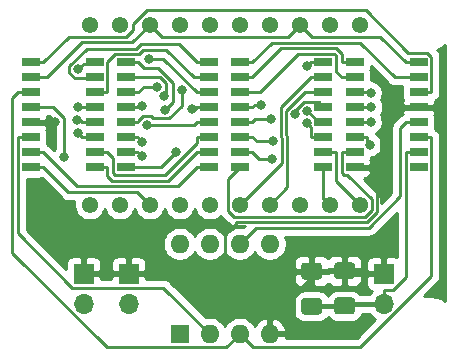
<source format=gbr>
%TF.GenerationSoftware,KiCad,Pcbnew,(5.1.6)-1*%
%TF.CreationDate,2021-03-31T10:32:31-04:00*%
%TF.ProjectId,Turbo-Display-V2,54757262-6f2d-4446-9973-706c61792d56,rev?*%
%TF.SameCoordinates,Original*%
%TF.FileFunction,Copper,L1,Top*%
%TF.FilePolarity,Positive*%
%FSLAX46Y46*%
G04 Gerber Fmt 4.6, Leading zero omitted, Abs format (unit mm)*
G04 Created by KiCad (PCBNEW (5.1.6)-1) date 2021-03-31 10:32:31*
%MOMM*%
%LPD*%
G01*
G04 APERTURE LIST*
%TA.AperFunction,ComponentPad*%
%ADD10C,1.381000*%
%TD*%
%TA.AperFunction,ComponentPad*%
%ADD11O,1.700000X1.700000*%
%TD*%
%TA.AperFunction,ComponentPad*%
%ADD12R,1.700000X1.700000*%
%TD*%
%TA.AperFunction,SMDPad,CuDef*%
%ADD13R,1.505000X0.700000*%
%TD*%
%TA.AperFunction,ComponentPad*%
%ADD14R,1.600000X1.600000*%
%TD*%
%TA.AperFunction,ComponentPad*%
%ADD15O,1.600000X1.600000*%
%TD*%
%TA.AperFunction,SMDPad,CuDef*%
%ADD16R,1.525000X0.650000*%
%TD*%
%TA.AperFunction,ViaPad*%
%ADD17C,0.800000*%
%TD*%
%TA.AperFunction,Conductor*%
%ADD18C,0.400000*%
%TD*%
%TA.AperFunction,Conductor*%
%ADD19C,0.250000*%
%TD*%
%TA.AperFunction,Conductor*%
%ADD20C,0.254000*%
%TD*%
G04 APERTURE END LIST*
%TO.P,C1,1*%
%TO.N,+5V*%
%TA.AperFunction,SMDPad,CuDef*%
G36*
G01*
X110607000Y-99953500D02*
X109357000Y-99953500D01*
G75*
G02*
X109107000Y-99703500I0J250000D01*
G01*
X109107000Y-98778500D01*
G75*
G02*
X109357000Y-98528500I250000J0D01*
G01*
X110607000Y-98528500D01*
G75*
G02*
X110857000Y-98778500I0J-250000D01*
G01*
X110857000Y-99703500D01*
G75*
G02*
X110607000Y-99953500I-250000J0D01*
G01*
G37*
%TD.AperFunction*%
%TO.P,C1,2*%
%TO.N,GND*%
%TA.AperFunction,SMDPad,CuDef*%
G36*
G01*
X110607000Y-96978500D02*
X109357000Y-96978500D01*
G75*
G02*
X109107000Y-96728500I0J250000D01*
G01*
X109107000Y-95803500D01*
G75*
G02*
X109357000Y-95553500I250000J0D01*
G01*
X110607000Y-95553500D01*
G75*
G02*
X110857000Y-95803500I0J-250000D01*
G01*
X110857000Y-96728500D01*
G75*
G02*
X110607000Y-96978500I-250000J0D01*
G01*
G37*
%TD.AperFunction*%
%TD*%
%TO.P,C2,2*%
%TO.N,GND*%
%TA.AperFunction,SMDPad,CuDef*%
G36*
G01*
X107813000Y-97015000D02*
X106563000Y-97015000D01*
G75*
G02*
X106313000Y-96765000I0J250000D01*
G01*
X106313000Y-95840000D01*
G75*
G02*
X106563000Y-95590000I250000J0D01*
G01*
X107813000Y-95590000D01*
G75*
G02*
X108063000Y-95840000I0J-250000D01*
G01*
X108063000Y-96765000D01*
G75*
G02*
X107813000Y-97015000I-250000J0D01*
G01*
G37*
%TD.AperFunction*%
%TO.P,C2,1*%
%TO.N,+5V*%
%TA.AperFunction,SMDPad,CuDef*%
G36*
G01*
X107813000Y-99990000D02*
X106563000Y-99990000D01*
G75*
G02*
X106313000Y-99740000I0J250000D01*
G01*
X106313000Y-98815000D01*
G75*
G02*
X106563000Y-98565000I250000J0D01*
G01*
X107813000Y-98565000D01*
G75*
G02*
X108063000Y-98815000I0J-250000D01*
G01*
X108063000Y-99740000D01*
G75*
G02*
X107813000Y-99990000I-250000J0D01*
G01*
G37*
%TD.AperFunction*%
%TD*%
D10*
%TO.P,DS1_LSB1,1*%
%TO.N,Net-(DS1_LSB1-Pad1)*%
X88392000Y-75438000D03*
%TO.P,DS1_LSB1,2*%
%TO.N,Net-(DS1_LSB1-Pad2)*%
X90932000Y-75438000D03*
%TO.P,DS1_LSB1,3*%
%TO.N,+5V*%
X93472000Y-75438000D03*
%TO.P,DS1_LSB1,4*%
%TO.N,Net-(DS1_LSB1-Pad4)*%
X96012000Y-75438000D03*
%TO.P,DS1_LSB1,5*%
%TO.N,Net-(DS1_LSB1-Pad5)*%
X98552000Y-75438000D03*
%TO.P,DS1_LSB1,6*%
%TO.N,Net-(DS1_LSB1-Pad6)*%
X98552000Y-90678000D03*
%TO.P,DS1_LSB1,7*%
%TO.N,Net-(DS1_LSB1-Pad7)*%
X96012000Y-90678000D03*
%TO.P,DS1_LSB1,8*%
%TO.N,+5V*%
X93472000Y-90678000D03*
%TO.P,DS1_LSB1,9*%
%TO.N,Net-(DS1_LSB1-Pad9)*%
X90932000Y-90678000D03*
%TO.P,DS1_LSB1,10*%
%TO.N,Net-(DS1_LSB1-Pad10)*%
X88392000Y-90678000D03*
%TD*%
%TO.P,DS2_MSB1,10*%
%TO.N,Net-(DS2_MSB1-Pad10)*%
X101092000Y-90678000D03*
%TO.P,DS2_MSB1,9*%
%TO.N,Net-(DS2_MSB1-Pad9)*%
X103632000Y-90678000D03*
%TO.P,DS2_MSB1,8*%
%TO.N,+5V*%
X106172000Y-90678000D03*
%TO.P,DS2_MSB1,7*%
%TO.N,Net-(DS2_MSB1-Pad7)*%
X108712000Y-90678000D03*
%TO.P,DS2_MSB1,6*%
%TO.N,Net-(DS2_MSB1-Pad6)*%
X111252000Y-90678000D03*
%TO.P,DS2_MSB1,5*%
%TO.N,Net-(DS2_MSB1-Pad5)*%
X111252000Y-75438000D03*
%TO.P,DS2_MSB1,4*%
%TO.N,Net-(DS2_MSB1-Pad4)*%
X108712000Y-75438000D03*
%TO.P,DS2_MSB1,3*%
%TO.N,+5V*%
X106172000Y-75438000D03*
%TO.P,DS2_MSB1,2*%
%TO.N,Net-(DS2_MSB1-Pad2)*%
X103632000Y-75438000D03*
%TO.P,DS2_MSB1,1*%
%TO.N,Net-(DS2_MSB1-Pad1)*%
X101092000Y-75438000D03*
%TD*%
D11*
%TO.P,J1,2*%
%TO.N,+5V*%
X113284000Y-99060000D03*
D12*
%TO.P,J1,1*%
%TO.N,GND*%
X113284000Y-96520000D03*
%TD*%
%TO.P,J2,1*%
%TO.N,GND*%
X87884000Y-96520000D03*
D11*
%TO.P,J2,2*%
%TO.N,Net-(J2-Pad2)*%
X87884000Y-99060000D03*
%TD*%
D12*
%TO.P,J3,1*%
%TO.N,GND*%
X91694000Y-96520000D03*
D11*
%TO.P,J3,2*%
%TO.N,Net-(J3-Pad2)*%
X91694000Y-99060000D03*
%TD*%
D13*
%TO.P,RN1,1*%
%TO.N,Net-(RN1-Pad1)*%
X98544000Y-87503000D03*
%TO.P,RN1,2*%
%TO.N,Net-(RN1-Pad2)*%
X98544000Y-86233000D03*
%TO.P,RN1,3*%
%TO.N,Net-(RN1-Pad3)*%
X98544000Y-84963000D03*
%TO.P,RN1,4*%
%TO.N,Net-(RN1-Pad4)*%
X98544000Y-83693000D03*
%TO.P,RN1,5*%
%TO.N,Net-(RN1-Pad5)*%
X98544000Y-82423000D03*
%TO.P,RN1,6*%
%TO.N,Net-(RN1-Pad6)*%
X98544000Y-81153000D03*
%TO.P,RN1,7*%
%TO.N,Net-(RN1-Pad7)*%
X98544000Y-79883000D03*
%TO.P,RN1,8*%
%TO.N,Net-(RN1-Pad8)*%
X98544000Y-78613000D03*
%TO.P,RN1,9*%
%TO.N,Net-(DS1_LSB1-Pad7)*%
X91448000Y-78613000D03*
%TO.P,RN1,10*%
%TO.N,Net-(DS1_LSB1-Pad6)*%
X91448000Y-79883000D03*
%TO.P,RN1,11*%
%TO.N,Net-(DS1_LSB1-Pad4)*%
X91448000Y-81153000D03*
%TO.P,RN1,12*%
%TO.N,Net-(DS1_LSB1-Pad2)*%
X91448000Y-82423000D03*
%TO.P,RN1,13*%
%TO.N,Net-(DS1_LSB1-Pad1)*%
X91448000Y-83693000D03*
%TO.P,RN1,14*%
%TO.N,Net-(DS1_LSB1-Pad9)*%
X91448000Y-84963000D03*
%TO.P,RN1,15*%
%TO.N,Net-(DS1_LSB1-Pad10)*%
X91448000Y-86233000D03*
%TO.P,RN1,16*%
%TO.N,Net-(DS1_LSB1-Pad5)*%
X91448000Y-87503000D03*
%TD*%
%TO.P,RN2,16*%
%TO.N,Net-(DS2_MSB1-Pad5)*%
X108196000Y-78613000D03*
%TO.P,RN2,15*%
%TO.N,Net-(DS2_MSB1-Pad10)*%
X108196000Y-79883000D03*
%TO.P,RN2,14*%
%TO.N,Net-(DS2_MSB1-Pad9)*%
X108196000Y-81153000D03*
%TO.P,RN2,13*%
%TO.N,Net-(DS2_MSB1-Pad1)*%
X108196000Y-82423000D03*
%TO.P,RN2,12*%
%TO.N,Net-(DS2_MSB1-Pad2)*%
X108196000Y-83693000D03*
%TO.P,RN2,11*%
%TO.N,Net-(DS2_MSB1-Pad4)*%
X108196000Y-84963000D03*
%TO.P,RN2,10*%
%TO.N,Net-(DS2_MSB1-Pad6)*%
X108196000Y-86233000D03*
%TO.P,RN2,9*%
%TO.N,Net-(DS2_MSB1-Pad7)*%
X108196000Y-87503000D03*
%TO.P,RN2,8*%
%TO.N,Net-(RN2-Pad8)*%
X101100000Y-87503000D03*
%TO.P,RN2,7*%
%TO.N,Net-(RN2-Pad7)*%
X101100000Y-86233000D03*
%TO.P,RN2,6*%
%TO.N,Net-(RN2-Pad6)*%
X101100000Y-84963000D03*
%TO.P,RN2,5*%
%TO.N,Net-(RN2-Pad5)*%
X101100000Y-83693000D03*
%TO.P,RN2,4*%
%TO.N,Net-(RN2-Pad4)*%
X101100000Y-82423000D03*
%TO.P,RN2,3*%
%TO.N,Net-(RN2-Pad3)*%
X101100000Y-81153000D03*
%TO.P,RN2,2*%
%TO.N,Net-(RN2-Pad2)*%
X101100000Y-79883000D03*
%TO.P,RN2,1*%
%TO.N,Net-(RN2-Pad1)*%
X101100000Y-78613000D03*
%TD*%
D14*
%TO.P,U1,1*%
%TO.N,Net-(U1-Pad1)*%
X96012000Y-101600000D03*
D15*
%TO.P,U1,5*%
%TO.N,Net-(J2-Pad2)*%
X103632000Y-93980000D03*
%TO.P,U1,2*%
%TO.N,Net-(U1-Pad2)*%
X98552000Y-101600000D03*
%TO.P,U1,6*%
%TO.N,Net-(C3-Pad2)*%
X101092000Y-93980000D03*
%TO.P,U1,3*%
%TO.N,Net-(U1-Pad3)*%
X101092000Y-101600000D03*
%TO.P,U1,7*%
%TO.N,Net-(R2-Pad2)*%
X98552000Y-93980000D03*
%TO.P,U1,4*%
%TO.N,GND*%
X103632000Y-101600000D03*
%TO.P,U1,8*%
%TO.N,+5V*%
X96012000Y-93980000D03*
%TD*%
D16*
%TO.P,U2,1*%
%TO.N,Net-(RN1-Pad2)*%
X88818000Y-87503000D03*
%TO.P,U2,2*%
%TO.N,Net-(RN1-Pad3)*%
X88818000Y-86233000D03*
%TO.P,U2,3*%
%TO.N,Net-(RN1-Pad4)*%
X88818000Y-84963000D03*
%TO.P,U2,4*%
%TO.N,Net-(RN1-Pad5)*%
X88818000Y-83693000D03*
%TO.P,U2,5*%
%TO.N,Net-(RN1-Pad6)*%
X88818000Y-82423000D03*
%TO.P,U2,6*%
%TO.N,Net-(RN1-Pad7)*%
X88818000Y-81153000D03*
%TO.P,U2,7*%
%TO.N,Net-(RN1-Pad8)*%
X88818000Y-79883000D03*
%TO.P,U2,8*%
%TO.N,GND*%
X88818000Y-78613000D03*
%TO.P,U2,9*%
%TO.N,Net-(U2-Pad9)*%
X83394000Y-78613000D03*
%TO.P,U2,10*%
%TO.N,+5V*%
X83394000Y-79883000D03*
%TO.P,U2,11*%
%TO.N,Net-(U1-Pad3)*%
X83394000Y-81153000D03*
%TO.P,U2,12*%
%TO.N,Net-(C3-Pad2)*%
X83394000Y-82423000D03*
%TO.P,U2,13*%
%TO.N,GND*%
X83394000Y-83693000D03*
%TO.P,U2,14*%
%TO.N,Net-(U1-Pad2)*%
X83394000Y-84963000D03*
%TO.P,U2,15*%
%TO.N,Net-(RN1-Pad1)*%
X83394000Y-86233000D03*
%TO.P,U2,16*%
%TO.N,+5V*%
X83394000Y-87503000D03*
%TD*%
%TO.P,U3,16*%
%TO.N,+5V*%
X116250000Y-78613000D03*
%TO.P,U3,15*%
%TO.N,Net-(RN2-Pad1)*%
X116250000Y-79883000D03*
%TO.P,U3,14*%
%TO.N,Net-(U2-Pad9)*%
X116250000Y-81153000D03*
%TO.P,U3,13*%
%TO.N,GND*%
X116250000Y-82423000D03*
%TO.P,U3,12*%
%TO.N,Net-(C3-Pad2)*%
X116250000Y-83693000D03*
%TO.P,U3,11*%
%TO.N,Net-(U1-Pad3)*%
X116250000Y-84963000D03*
%TO.P,U3,10*%
%TO.N,+5V*%
X116250000Y-86233000D03*
%TO.P,U3,9*%
%TO.N,Net-(U3-Pad9)*%
X116250000Y-87503000D03*
%TO.P,U3,8*%
%TO.N,GND*%
X110826000Y-87503000D03*
%TO.P,U3,7*%
%TO.N,Net-(RN2-Pad8)*%
X110826000Y-86233000D03*
%TO.P,U3,6*%
%TO.N,Net-(RN2-Pad7)*%
X110826000Y-84963000D03*
%TO.P,U3,5*%
%TO.N,Net-(RN2-Pad6)*%
X110826000Y-83693000D03*
%TO.P,U3,4*%
%TO.N,Net-(RN2-Pad5)*%
X110826000Y-82423000D03*
%TO.P,U3,3*%
%TO.N,Net-(RN2-Pad4)*%
X110826000Y-81153000D03*
%TO.P,U3,2*%
%TO.N,Net-(RN2-Pad3)*%
X110826000Y-79883000D03*
%TO.P,U3,1*%
%TO.N,Net-(RN2-Pad2)*%
X110826000Y-78613000D03*
%TD*%
D17*
%TO.N,GND*%
X87433800Y-79214800D03*
X85473300Y-83666100D03*
%TO.N,Net-(C3-Pad2)*%
X86200500Y-86676000D03*
%TO.N,Net-(DS1_LSB1-Pad1)*%
X96183900Y-80936500D03*
%TO.N,Net-(DS1_LSB1-Pad2)*%
X92807800Y-82341600D03*
%TO.N,Net-(DS1_LSB1-Pad4)*%
X94101400Y-80695400D03*
%TO.N,Net-(DS1_LSB1-Pad5)*%
X95727700Y-86173900D03*
%TO.N,Net-(DS1_LSB1-Pad6)*%
X94715000Y-81496700D03*
%TO.N,Net-(DS1_LSB1-Pad7)*%
X94803000Y-82639400D03*
%TO.N,Net-(DS1_LSB1-Pad9)*%
X92804200Y-85339800D03*
%TO.N,Net-(DS1_LSB1-Pad10)*%
X92832500Y-86587400D03*
%TO.N,Net-(DS2_MSB1-Pad5)*%
X106830300Y-78907300D03*
%TO.N,Net-(DS2_MSB1-Pad4)*%
X106792600Y-83730400D03*
%TO.N,Net-(DS2_MSB1-Pad2)*%
X106822300Y-82730000D03*
%TO.N,Net-(DS2_MSB1-Pad1)*%
X105802600Y-83028200D03*
%TO.N,Net-(RN1-Pad4)*%
X93260800Y-83928100D03*
X87444000Y-84639000D03*
%TO.N,Net-(RN1-Pad5)*%
X97050200Y-82535500D03*
X87348900Y-83531000D03*
%TO.N,Net-(RN1-Pad6)*%
X93458400Y-78324000D03*
X87437300Y-82423000D03*
%TO.N,Net-(RN2-Pad7)*%
X103879900Y-86765200D03*
X112151100Y-85620900D03*
%TO.N,Net-(RN2-Pad6)*%
X103922700Y-85311800D03*
X112193100Y-83693000D03*
%TO.N,Net-(RN2-Pad5)*%
X103726400Y-83457200D03*
X112223200Y-82423000D03*
%TO.N,Net-(RN2-Pad4)*%
X102930700Y-82198200D03*
X112194600Y-81192000D03*
%TD*%
D18*
%TO.N,+5V*%
X109982000Y-99241000D02*
X107224500Y-99241000D01*
D19*
X107224500Y-99241000D02*
X107188000Y-99277500D01*
D18*
X113284000Y-99060000D02*
X110163000Y-99060000D01*
D19*
X110163000Y-99060000D02*
X109982000Y-99241000D01*
X106172000Y-75438000D02*
X107187900Y-76453900D01*
X107187900Y-76453900D02*
X113003100Y-76453900D01*
X113003100Y-76453900D02*
X115162200Y-78613000D01*
X116250000Y-78613000D02*
X115162200Y-78613000D01*
X93472000Y-75438000D02*
X94487900Y-76453900D01*
X94487900Y-76453900D02*
X105156100Y-76453900D01*
X105156100Y-76453900D02*
X106172000Y-75438000D01*
X83394000Y-79883000D02*
X84781700Y-79883000D01*
X84781700Y-79883000D02*
X87760500Y-76904200D01*
X87760500Y-76904200D02*
X92005800Y-76904200D01*
X92005800Y-76904200D02*
X93472000Y-75438000D01*
X84481800Y-87503000D02*
X86598400Y-89619600D01*
X86598400Y-89619600D02*
X92413600Y-89619600D01*
X92413600Y-89619600D02*
X93472000Y-90678000D01*
X116250000Y-86233000D02*
X115162200Y-86233000D01*
X113284000Y-99060000D02*
X113284000Y-97884700D01*
X115162200Y-86233000D02*
X115162200Y-96814500D01*
X115162200Y-96814500D02*
X114092000Y-97884700D01*
X114092000Y-97884700D02*
X113284000Y-97884700D01*
X83394000Y-87503000D02*
X84481800Y-87503000D01*
D18*
%TO.N,GND*%
X91694000Y-96520000D02*
X87884000Y-96520000D01*
X99677300Y-96520000D02*
X91694000Y-96520000D01*
D19*
X83394000Y-83693000D02*
X84481800Y-83693000D01*
X85473300Y-83666100D02*
X84508700Y-83666100D01*
X84508700Y-83666100D02*
X84481800Y-83693000D01*
D18*
X107188000Y-96302500D02*
X109945500Y-96302500D01*
D19*
X109945500Y-96302500D02*
X109982000Y-96266000D01*
X107188000Y-96302500D02*
X107188000Y-96918700D01*
D18*
X107188000Y-96918700D02*
X103632000Y-100474700D01*
D19*
X112737400Y-87503000D02*
X111913800Y-87503000D01*
X115162200Y-82423000D02*
X113085200Y-84500000D01*
X113085200Y-84500000D02*
X113085200Y-87155200D01*
X113085200Y-87155200D02*
X112737400Y-87503000D01*
D18*
X103632000Y-100474700D02*
X99677300Y-96520000D01*
D19*
X116250000Y-82423000D02*
X115162200Y-82423000D01*
X110826000Y-87503000D02*
X111913800Y-87503000D01*
D18*
X103632000Y-101600000D02*
X103632000Y-100474700D01*
X110236000Y-96520000D02*
X109982000Y-96266000D01*
X113284000Y-96520000D02*
X110236000Y-96520000D01*
D19*
X87433800Y-79214800D02*
X87884000Y-78764600D01*
X88666400Y-78764600D02*
X88818000Y-78613000D01*
X87884000Y-78764600D02*
X88666400Y-78764600D01*
X99822000Y-96375300D02*
X99677300Y-96520000D01*
X112737400Y-91313800D02*
X111892600Y-92158600D01*
X112737400Y-87503000D02*
X112737400Y-91313800D01*
X111892600Y-92158600D02*
X100881400Y-92158600D01*
X99822000Y-93218000D02*
X99822000Y-96375300D01*
X100881400Y-92158600D02*
X99822000Y-93218000D01*
%TO.N,Net-(C3-Pad2)*%
X83394000Y-82423000D02*
X85256000Y-82423000D01*
X85256000Y-82423000D02*
X86200500Y-83367500D01*
X86200500Y-83367500D02*
X86200500Y-86676000D01*
X102456000Y-92616000D02*
X101092000Y-93980000D01*
X115162200Y-83693000D02*
X114711800Y-84143400D01*
X116250000Y-83693000D02*
X115162200Y-83693000D01*
X112072100Y-92616000D02*
X102456000Y-92616000D01*
X114711800Y-84143400D02*
X114711800Y-89976300D01*
X114711800Y-89976300D02*
X112072100Y-92616000D01*
%TO.N,Net-(DS1_LSB1-Pad1)*%
X91448000Y-83693000D02*
X92525800Y-83693000D01*
X96183900Y-80936500D02*
X96183900Y-82284300D01*
X96183900Y-82284300D02*
X95103500Y-83364700D01*
X95103500Y-83364700D02*
X93723200Y-83364700D01*
X93723200Y-83364700D02*
X93561300Y-83202800D01*
X93561300Y-83202800D02*
X92893300Y-83202800D01*
X92893300Y-83202800D02*
X92525800Y-83570300D01*
X92525800Y-83570300D02*
X92525800Y-83693000D01*
%TO.N,Net-(DS1_LSB1-Pad2)*%
X92525800Y-82423000D02*
X92726400Y-82423000D01*
X92726400Y-82423000D02*
X92807800Y-82341600D01*
X91448000Y-82423000D02*
X92525800Y-82423000D01*
%TO.N,Net-(DS1_LSB1-Pad4)*%
X92525800Y-81153000D02*
X92983400Y-80695400D01*
X92983400Y-80695400D02*
X94101400Y-80695400D01*
X91448000Y-81153000D02*
X92525800Y-81153000D01*
%TO.N,Net-(DS1_LSB1-Pad5)*%
X91448000Y-87503000D02*
X94398600Y-87503000D01*
X94398600Y-87503000D02*
X95727700Y-86173900D01*
%TO.N,Net-(DS1_LSB1-Pad6)*%
X94715000Y-81496700D02*
X94826700Y-81385000D01*
X94826700Y-81385000D02*
X94826700Y-80394900D01*
X94826700Y-80394900D02*
X94314800Y-79883000D01*
X94314800Y-79883000D02*
X92525800Y-79883000D01*
X91448000Y-79883000D02*
X92525800Y-79883000D01*
%TO.N,Net-(DS1_LSB1-Pad7)*%
X94803000Y-82639400D02*
X95440300Y-82002100D01*
X95440300Y-82002100D02*
X95440300Y-80371600D01*
X95440300Y-80371600D02*
X94166800Y-79098100D01*
X94166800Y-79098100D02*
X93010900Y-79098100D01*
X93010900Y-79098100D02*
X92525800Y-78613000D01*
X91448000Y-78613000D02*
X92525800Y-78613000D01*
%TO.N,Net-(DS1_LSB1-Pad9)*%
X91448000Y-84963000D02*
X92525800Y-84963000D01*
X92525800Y-84963000D02*
X92525800Y-85061400D01*
X92525800Y-85061400D02*
X92804200Y-85339800D01*
%TO.N,Net-(DS1_LSB1-Pad10)*%
X91448000Y-86233000D02*
X92525800Y-86233000D01*
X92525800Y-86233000D02*
X92525800Y-86280700D01*
X92525800Y-86280700D02*
X92832500Y-86587400D01*
%TO.N,Net-(DS2_MSB1-Pad10)*%
X101092000Y-90678000D02*
X104648000Y-87122000D01*
X104648000Y-87122000D02*
X104648000Y-85011300D01*
X104648000Y-85011300D02*
X104559400Y-84922700D01*
X104559400Y-84922700D02*
X104559400Y-82441800D01*
X104559400Y-82441800D02*
X107118200Y-79883000D01*
X108196000Y-79883000D02*
X107118200Y-79883000D01*
%TO.N,Net-(DS2_MSB1-Pad9)*%
X103632000Y-90678000D02*
X105098300Y-89211700D01*
X105098300Y-89211700D02*
X105098300Y-84824700D01*
X105098300Y-84824700D02*
X105009700Y-84736100D01*
X105009700Y-84736100D02*
X105009700Y-82766400D01*
X105009700Y-82766400D02*
X106623000Y-81153100D01*
X106623000Y-81153100D02*
X107118200Y-81153100D01*
X107118200Y-81153100D02*
X107118200Y-81153000D01*
X108196000Y-81153000D02*
X107118200Y-81153000D01*
%TO.N,Net-(DS2_MSB1-Pad7)*%
X108196000Y-87503000D02*
X108196000Y-90162000D01*
X108196000Y-90162000D02*
X108712000Y-90678000D01*
%TO.N,Net-(DS2_MSB1-Pad6)*%
X108196000Y-86233000D02*
X109273800Y-86233000D01*
X109273800Y-86233000D02*
X109273800Y-88699800D01*
X109273800Y-88699800D02*
X111252000Y-90678000D01*
%TO.N,Net-(DS2_MSB1-Pad5)*%
X108196000Y-78613000D02*
X107118200Y-78613000D01*
X107118200Y-78613000D02*
X107118200Y-78619400D01*
X107118200Y-78619400D02*
X106830300Y-78907300D01*
%TO.N,Net-(DS2_MSB1-Pad4)*%
X107118200Y-84963000D02*
X107118200Y-84056000D01*
X107118200Y-84056000D02*
X106792600Y-83730400D01*
X108196000Y-84963000D02*
X107118200Y-84963000D01*
%TO.N,Net-(DS2_MSB1-Pad2)*%
X108196000Y-83693000D02*
X107781000Y-83693000D01*
X107781000Y-83693000D02*
X106822400Y-82734400D01*
X106822400Y-82734400D02*
X106822300Y-82734400D01*
X106822300Y-82734400D02*
X106822300Y-82730000D01*
%TO.N,Net-(DS2_MSB1-Pad1)*%
X108196000Y-82423000D02*
X107777700Y-82004700D01*
X107777700Y-82004700D02*
X106521900Y-82004700D01*
X106521900Y-82004700D02*
X105802600Y-82724000D01*
X105802600Y-82724000D02*
X105802600Y-83028200D01*
%TO.N,Net-(RN1-Pad1)*%
X98544000Y-87503000D02*
X97466200Y-87503000D01*
X83394000Y-86233000D02*
X84481800Y-86233000D01*
X84481800Y-86233000D02*
X87327900Y-89079100D01*
X87327900Y-89079100D02*
X95890100Y-89079100D01*
X95890100Y-89079100D02*
X97466200Y-87503000D01*
%TO.N,Net-(RN1-Pad2)*%
X98544000Y-86233000D02*
X97466200Y-86233000D01*
X88818000Y-87503000D02*
X89905800Y-87503000D01*
X89905800Y-87503000D02*
X89905800Y-88216900D01*
X89905800Y-88216900D02*
X90317600Y-88628700D01*
X90317600Y-88628700D02*
X95070500Y-88628700D01*
X95070500Y-88628700D02*
X97466200Y-86233000D01*
%TO.N,Net-(RN1-Pad3)*%
X89905800Y-86233000D02*
X90356200Y-86683400D01*
X90356200Y-86683400D02*
X90356200Y-88000900D01*
X90356200Y-88000900D02*
X90533600Y-88178300D01*
X90533600Y-88178300D02*
X94749100Y-88178300D01*
X94749100Y-88178300D02*
X97466200Y-85461200D01*
X97466200Y-85461200D02*
X97466200Y-84963000D01*
X98544000Y-84963000D02*
X97466200Y-84963000D01*
X88818000Y-86233000D02*
X89905800Y-86233000D01*
%TO.N,Net-(RN1-Pad4)*%
X88818000Y-84963000D02*
X87730200Y-84963000D01*
X87730200Y-84963000D02*
X87730200Y-84925200D01*
X87730200Y-84925200D02*
X87444000Y-84639000D01*
X98544000Y-83693000D02*
X97466200Y-83693000D01*
X93260800Y-83928100D02*
X97231100Y-83928100D01*
X97231100Y-83928100D02*
X97466200Y-83693000D01*
%TO.N,Net-(RN1-Pad5)*%
X88818000Y-83693000D02*
X87730200Y-83693000D01*
X98544000Y-82423000D02*
X97466200Y-82423000D01*
X97050200Y-82535500D02*
X97353700Y-82535500D01*
X97353700Y-82535500D02*
X97466200Y-82423000D01*
X87730200Y-83693000D02*
X87568200Y-83531000D01*
X87568200Y-83531000D02*
X87348900Y-83531000D01*
%TO.N,Net-(RN1-Pad6)*%
X87730200Y-82423000D02*
X87437300Y-82423000D01*
X88818000Y-82423000D02*
X87730200Y-82423000D01*
X98544000Y-81153000D02*
X97466200Y-81153000D01*
X97466200Y-81153000D02*
X94637200Y-78324000D01*
X94637200Y-78324000D02*
X93458400Y-78324000D01*
%TO.N,Net-(RN1-Pad7)*%
X98544000Y-79883000D02*
X97212400Y-79883000D01*
X97212400Y-79883000D02*
X94879400Y-77550000D01*
X94879400Y-77550000D02*
X92924100Y-77550000D01*
X92924100Y-77550000D02*
X92536400Y-77937700D01*
X92536400Y-77937700D02*
X90559900Y-77937700D01*
X90559900Y-77937700D02*
X89905800Y-78591800D01*
X89905800Y-78591800D02*
X89905800Y-81153000D01*
X88818000Y-81153000D02*
X89905800Y-81153000D01*
%TO.N,Net-(RN1-Pad8)*%
X97466200Y-78613000D02*
X95952900Y-77099700D01*
X95952900Y-77099700D02*
X92737500Y-77099700D01*
X92737500Y-77099700D02*
X92349900Y-77487300D01*
X92349900Y-77487300D02*
X88135600Y-77487300D01*
X88135600Y-77487300D02*
X86662800Y-78960100D01*
X86662800Y-78960100D02*
X86662800Y-79490300D01*
X86662800Y-79490300D02*
X87133400Y-79960900D01*
X87133400Y-79960900D02*
X88740100Y-79960900D01*
X88740100Y-79960900D02*
X88818000Y-79883000D01*
X98544000Y-78613000D02*
X97466200Y-78613000D01*
%TO.N,Net-(RN2-Pad8)*%
X110826000Y-86233000D02*
X109738200Y-86233000D01*
X109738200Y-86233000D02*
X109738200Y-87967000D01*
X109738200Y-87967000D02*
X109924600Y-88153400D01*
X109924600Y-88153400D02*
X110212600Y-88153400D01*
X110212600Y-88153400D02*
X112287000Y-90227800D01*
X112287000Y-90227800D02*
X112287000Y-91127300D01*
X112287000Y-91127300D02*
X111713300Y-91701000D01*
X111713300Y-91701000D02*
X100597300Y-91701000D01*
X100597300Y-91701000D02*
X100072200Y-91175900D01*
X100072200Y-91175900D02*
X100072200Y-88530800D01*
X100072200Y-88530800D02*
X101100000Y-87503000D01*
%TO.N,Net-(RN2-Pad7)*%
X110826000Y-84963000D02*
X111913800Y-84963000D01*
X111913800Y-84963000D02*
X111913800Y-85383600D01*
X111913800Y-85383600D02*
X112151100Y-85620900D01*
X102177800Y-86233000D02*
X102710000Y-86765200D01*
X102710000Y-86765200D02*
X103879900Y-86765200D01*
X101100000Y-86233000D02*
X102177800Y-86233000D01*
%TO.N,Net-(RN2-Pad6)*%
X111913800Y-83693000D02*
X112193100Y-83693000D01*
X110826000Y-83693000D02*
X111913800Y-83693000D01*
X101100000Y-84963000D02*
X102177800Y-84963000D01*
X103922700Y-85311800D02*
X102526600Y-85311800D01*
X102526600Y-85311800D02*
X102177800Y-84963000D01*
%TO.N,Net-(RN2-Pad5)*%
X110826000Y-82423000D02*
X112223200Y-82423000D01*
X102177800Y-83693000D02*
X102413600Y-83457200D01*
X102413600Y-83457200D02*
X103726400Y-83457200D01*
X101100000Y-83693000D02*
X102177800Y-83693000D01*
%TO.N,Net-(RN2-Pad4)*%
X110826000Y-81153000D02*
X112155600Y-81153000D01*
X112155600Y-81153000D02*
X112194600Y-81192000D01*
X101100000Y-82423000D02*
X102177800Y-82423000D01*
X102930700Y-82198200D02*
X102402600Y-82198200D01*
X102402600Y-82198200D02*
X102177800Y-82423000D01*
%TO.N,Net-(RN2-Pad3)*%
X110826000Y-79883000D02*
X109738200Y-79883000D01*
X109738200Y-79883000D02*
X109287800Y-79432600D01*
X109287800Y-79432600D02*
X109287800Y-78085700D01*
X109287800Y-78085700D02*
X109133700Y-77931600D01*
X109133700Y-77931600D02*
X106049500Y-77931600D01*
X106049500Y-77931600D02*
X102828100Y-81153000D01*
X102828100Y-81153000D02*
X101100000Y-81153000D01*
%TO.N,Net-(RN2-Pad2)*%
X110826000Y-78613000D02*
X109738200Y-78613000D01*
X101100000Y-79883000D02*
X102177800Y-79883000D01*
X109738200Y-78613000D02*
X109738200Y-77899200D01*
X109738200Y-77899200D02*
X109268900Y-77429900D01*
X109268900Y-77429900D02*
X104630900Y-77429900D01*
X104630900Y-77429900D02*
X102177800Y-79883000D01*
%TO.N,Net-(RN2-Pad1)*%
X102177800Y-78613000D02*
X103811200Y-76979600D01*
X103811200Y-76979600D02*
X111321700Y-76979600D01*
X111321700Y-76979600D02*
X114225100Y-79883000D01*
X114225100Y-79883000D02*
X116250000Y-79883000D01*
X101100000Y-78613000D02*
X102177800Y-78613000D01*
%TO.N,Net-(U1-Pad2)*%
X82306200Y-84963000D02*
X83394000Y-84963000D01*
X82306200Y-93107300D02*
X82306200Y-84963000D01*
X86894300Y-97695400D02*
X82306200Y-93107300D01*
X98552000Y-101600000D02*
X94647400Y-97695400D01*
X94647400Y-97695400D02*
X86894300Y-97695400D01*
%TO.N,Net-(U2-Pad9)*%
X84481800Y-78613000D02*
X83394000Y-78613000D01*
X115388700Y-77796700D02*
X111760000Y-74168000D01*
X116981300Y-77796700D02*
X115388700Y-77796700D01*
X111760000Y-74168000D02*
X93218000Y-74168000D01*
X117337800Y-78153200D02*
X116981300Y-77796700D01*
X117337800Y-81153000D02*
X117337800Y-78153200D01*
X93218000Y-74169700D02*
X92042900Y-75344800D01*
X86640900Y-76453900D02*
X84481800Y-78613000D01*
X116250000Y-81153000D02*
X117337800Y-81153000D01*
X93218000Y-74168000D02*
X93218000Y-74169700D01*
X92042900Y-75344800D02*
X92042900Y-75899400D01*
X92042900Y-75899400D02*
X91488400Y-76453900D01*
X91488400Y-76453900D02*
X86640900Y-76453900D01*
%TO.N,Net-(U1-Pad3)*%
X102217300Y-102725300D02*
X101092000Y-101600000D01*
X117337800Y-96701800D02*
X111314300Y-102725300D01*
X111314300Y-102725300D02*
X102217300Y-102725300D01*
X116250000Y-84963000D02*
X117337800Y-84963000D01*
X117337800Y-84963000D02*
X117337800Y-96701800D01*
X99966700Y-102725300D02*
X101092000Y-101600000D01*
X81855800Y-81603400D02*
X81855800Y-94739300D01*
X82306200Y-81153000D02*
X81855800Y-81603400D01*
X83394000Y-81153000D02*
X82306200Y-81153000D01*
X81855800Y-94739300D02*
X89841800Y-102725300D01*
X89841800Y-102725300D02*
X99966700Y-102725300D01*
%TD*%
D20*
%TO.N,GND*%
G36*
X86034605Y-90130608D02*
G01*
X86058399Y-90159601D01*
X86087392Y-90183395D01*
X86087396Y-90183399D01*
X86141500Y-90227800D01*
X86174124Y-90254574D01*
X86306153Y-90325146D01*
X86449414Y-90368603D01*
X86561067Y-90379600D01*
X86561076Y-90379600D01*
X86598399Y-90383276D01*
X86635722Y-90379600D01*
X87099887Y-90379600D01*
X87066500Y-90547450D01*
X87066500Y-90808550D01*
X87117438Y-91064634D01*
X87217357Y-91305860D01*
X87362417Y-91522957D01*
X87547043Y-91707583D01*
X87764140Y-91852643D01*
X88005366Y-91952562D01*
X88261450Y-92003500D01*
X88522550Y-92003500D01*
X88778634Y-91952562D01*
X89019860Y-91852643D01*
X89236957Y-91707583D01*
X89421583Y-91522957D01*
X89566643Y-91305860D01*
X89662000Y-91075648D01*
X89757357Y-91305860D01*
X89902417Y-91522957D01*
X90087043Y-91707583D01*
X90304140Y-91852643D01*
X90545366Y-91952562D01*
X90801450Y-92003500D01*
X91062550Y-92003500D01*
X91318634Y-91952562D01*
X91559860Y-91852643D01*
X91776957Y-91707583D01*
X91961583Y-91522957D01*
X92106643Y-91305860D01*
X92202000Y-91075648D01*
X92297357Y-91305860D01*
X92442417Y-91522957D01*
X92627043Y-91707583D01*
X92844140Y-91852643D01*
X93085366Y-91952562D01*
X93341450Y-92003500D01*
X93602550Y-92003500D01*
X93858634Y-91952562D01*
X94099860Y-91852643D01*
X94316957Y-91707583D01*
X94501583Y-91522957D01*
X94646643Y-91305860D01*
X94742000Y-91075648D01*
X94837357Y-91305860D01*
X94982417Y-91522957D01*
X95167043Y-91707583D01*
X95384140Y-91852643D01*
X95625366Y-91952562D01*
X95881450Y-92003500D01*
X96142550Y-92003500D01*
X96398634Y-91952562D01*
X96639860Y-91852643D01*
X96856957Y-91707583D01*
X97041583Y-91522957D01*
X97186643Y-91305860D01*
X97282000Y-91075648D01*
X97377357Y-91305860D01*
X97522417Y-91522957D01*
X97707043Y-91707583D01*
X97924140Y-91852643D01*
X98165366Y-91952562D01*
X98421450Y-92003500D01*
X98682550Y-92003500D01*
X98938634Y-91952562D01*
X99179860Y-91852643D01*
X99396957Y-91707583D01*
X99467489Y-91637051D01*
X99477071Y-91648726D01*
X99532199Y-91715901D01*
X99561202Y-91739703D01*
X100033500Y-92212002D01*
X100057299Y-92241001D01*
X100086297Y-92264799D01*
X100173024Y-92335974D01*
X100305053Y-92406546D01*
X100448314Y-92450003D01*
X100597300Y-92464677D01*
X100634633Y-92461000D01*
X101536198Y-92461000D01*
X101415886Y-92581312D01*
X101233335Y-92545000D01*
X100950665Y-92545000D01*
X100673426Y-92600147D01*
X100412273Y-92708320D01*
X100177241Y-92865363D01*
X99977363Y-93065241D01*
X99822000Y-93297759D01*
X99666637Y-93065241D01*
X99466759Y-92865363D01*
X99231727Y-92708320D01*
X98970574Y-92600147D01*
X98693335Y-92545000D01*
X98410665Y-92545000D01*
X98133426Y-92600147D01*
X97872273Y-92708320D01*
X97637241Y-92865363D01*
X97437363Y-93065241D01*
X97282000Y-93297759D01*
X97126637Y-93065241D01*
X96926759Y-92865363D01*
X96691727Y-92708320D01*
X96430574Y-92600147D01*
X96153335Y-92545000D01*
X95870665Y-92545000D01*
X95593426Y-92600147D01*
X95332273Y-92708320D01*
X95097241Y-92865363D01*
X94897363Y-93065241D01*
X94740320Y-93300273D01*
X94632147Y-93561426D01*
X94577000Y-93838665D01*
X94577000Y-94121335D01*
X94632147Y-94398574D01*
X94740320Y-94659727D01*
X94897363Y-94894759D01*
X95097241Y-95094637D01*
X95332273Y-95251680D01*
X95593426Y-95359853D01*
X95870665Y-95415000D01*
X96153335Y-95415000D01*
X96430574Y-95359853D01*
X96691727Y-95251680D01*
X96926759Y-95094637D01*
X97126637Y-94894759D01*
X97282000Y-94662241D01*
X97437363Y-94894759D01*
X97637241Y-95094637D01*
X97872273Y-95251680D01*
X98133426Y-95359853D01*
X98410665Y-95415000D01*
X98693335Y-95415000D01*
X98970574Y-95359853D01*
X99231727Y-95251680D01*
X99466759Y-95094637D01*
X99666637Y-94894759D01*
X99822000Y-94662241D01*
X99977363Y-94894759D01*
X100177241Y-95094637D01*
X100412273Y-95251680D01*
X100673426Y-95359853D01*
X100950665Y-95415000D01*
X101233335Y-95415000D01*
X101510574Y-95359853D01*
X101771727Y-95251680D01*
X102006759Y-95094637D01*
X102206637Y-94894759D01*
X102362000Y-94662241D01*
X102517363Y-94894759D01*
X102717241Y-95094637D01*
X102952273Y-95251680D01*
X103213426Y-95359853D01*
X103490665Y-95415000D01*
X103773335Y-95415000D01*
X104050574Y-95359853D01*
X104311727Y-95251680D01*
X104546759Y-95094637D01*
X104746637Y-94894759D01*
X104903680Y-94659727D01*
X105011853Y-94398574D01*
X105067000Y-94121335D01*
X105067000Y-93838665D01*
X105011853Y-93561426D01*
X104935047Y-93376000D01*
X112034778Y-93376000D01*
X112072100Y-93379676D01*
X112109422Y-93376000D01*
X112109433Y-93376000D01*
X112221086Y-93365003D01*
X112364347Y-93321546D01*
X112496376Y-93250974D01*
X112612101Y-93156001D01*
X112635904Y-93126997D01*
X114402200Y-91360701D01*
X114402201Y-95093338D01*
X114378180Y-95080498D01*
X114258482Y-95044188D01*
X114134000Y-95031928D01*
X113569750Y-95035000D01*
X113411000Y-95193750D01*
X113411000Y-96393000D01*
X113431000Y-96393000D01*
X113431000Y-96647000D01*
X113411000Y-96647000D01*
X113411000Y-96667000D01*
X113157000Y-96667000D01*
X113157000Y-96647000D01*
X111957750Y-96647000D01*
X111799000Y-96805750D01*
X111795928Y-97370000D01*
X111808188Y-97494482D01*
X111844498Y-97614180D01*
X111903463Y-97724494D01*
X111982815Y-97821185D01*
X112079506Y-97900537D01*
X112189820Y-97959502D01*
X112262380Y-97981513D01*
X112130525Y-98113368D01*
X112055935Y-98225000D01*
X111296071Y-98225000D01*
X111234962Y-98150538D01*
X111100386Y-98040095D01*
X110946850Y-97958028D01*
X110780254Y-97907492D01*
X110607000Y-97890428D01*
X109357000Y-97890428D01*
X109183746Y-97907492D01*
X109017150Y-97958028D01*
X108863614Y-98040095D01*
X108729038Y-98150538D01*
X108618595Y-98285114D01*
X108575245Y-98366216D01*
X108551405Y-98321614D01*
X108440962Y-98187038D01*
X108306386Y-98076595D01*
X108152850Y-97994528D01*
X107986254Y-97943992D01*
X107813000Y-97926928D01*
X106563000Y-97926928D01*
X106389746Y-97943992D01*
X106223150Y-97994528D01*
X106069614Y-98076595D01*
X105935038Y-98187038D01*
X105824595Y-98321614D01*
X105742528Y-98475150D01*
X105691992Y-98641746D01*
X105674928Y-98815000D01*
X105674928Y-99740000D01*
X105691992Y-99913254D01*
X105742528Y-100079850D01*
X105824595Y-100233386D01*
X105935038Y-100367962D01*
X106069614Y-100478405D01*
X106223150Y-100560472D01*
X106389746Y-100611008D01*
X106563000Y-100628072D01*
X107813000Y-100628072D01*
X107986254Y-100611008D01*
X108152850Y-100560472D01*
X108306386Y-100478405D01*
X108440962Y-100367962D01*
X108551405Y-100233386D01*
X108594755Y-100152284D01*
X108618595Y-100196886D01*
X108729038Y-100331462D01*
X108863614Y-100441905D01*
X109017150Y-100523972D01*
X109183746Y-100574508D01*
X109357000Y-100591572D01*
X110607000Y-100591572D01*
X110780254Y-100574508D01*
X110946850Y-100523972D01*
X111100386Y-100441905D01*
X111234962Y-100331462D01*
X111345405Y-100196886D01*
X111427472Y-100043350D01*
X111472473Y-99895000D01*
X112055935Y-99895000D01*
X112130525Y-100006632D01*
X112337368Y-100213475D01*
X112580589Y-100375990D01*
X112586401Y-100378397D01*
X110999499Y-101965300D01*
X105018086Y-101965300D01*
X105023909Y-101949040D01*
X104902624Y-101727000D01*
X103759000Y-101727000D01*
X103759000Y-101747000D01*
X103505000Y-101747000D01*
X103505000Y-101727000D01*
X103485000Y-101727000D01*
X103485000Y-101473000D01*
X103505000Y-101473000D01*
X103505000Y-100330085D01*
X103759000Y-100330085D01*
X103759000Y-101473000D01*
X104902624Y-101473000D01*
X105023909Y-101250960D01*
X104929070Y-100986119D01*
X104784385Y-100744869D01*
X104595414Y-100536481D01*
X104369420Y-100368963D01*
X104115087Y-100248754D01*
X103981039Y-100208096D01*
X103759000Y-100330085D01*
X103505000Y-100330085D01*
X103282961Y-100208096D01*
X103148913Y-100248754D01*
X102894580Y-100368963D01*
X102668586Y-100536481D01*
X102479615Y-100744869D01*
X102368067Y-100930865D01*
X102363680Y-100920273D01*
X102206637Y-100685241D01*
X102006759Y-100485363D01*
X101771727Y-100328320D01*
X101510574Y-100220147D01*
X101233335Y-100165000D01*
X100950665Y-100165000D01*
X100673426Y-100220147D01*
X100412273Y-100328320D01*
X100177241Y-100485363D01*
X99977363Y-100685241D01*
X99822000Y-100917759D01*
X99666637Y-100685241D01*
X99466759Y-100485363D01*
X99231727Y-100328320D01*
X98970574Y-100220147D01*
X98693335Y-100165000D01*
X98410665Y-100165000D01*
X98228114Y-100201312D01*
X95211204Y-97184403D01*
X95187401Y-97155399D01*
X95071676Y-97060426D01*
X94986692Y-97015000D01*
X105674928Y-97015000D01*
X105687188Y-97139482D01*
X105723498Y-97259180D01*
X105782463Y-97369494D01*
X105861815Y-97466185D01*
X105958506Y-97545537D01*
X106068820Y-97604502D01*
X106188518Y-97640812D01*
X106313000Y-97653072D01*
X106902250Y-97650000D01*
X107061000Y-97491250D01*
X107061000Y-96429500D01*
X107315000Y-96429500D01*
X107315000Y-97491250D01*
X107473750Y-97650000D01*
X108063000Y-97653072D01*
X108187482Y-97640812D01*
X108307180Y-97604502D01*
X108417494Y-97545537D01*
X108514185Y-97466185D01*
X108593537Y-97369494D01*
X108598617Y-97359989D01*
X108655815Y-97429685D01*
X108752506Y-97509037D01*
X108862820Y-97568002D01*
X108982518Y-97604312D01*
X109107000Y-97616572D01*
X109696250Y-97613500D01*
X109855000Y-97454750D01*
X109855000Y-96393000D01*
X110109000Y-96393000D01*
X110109000Y-97454750D01*
X110267750Y-97613500D01*
X110857000Y-97616572D01*
X110981482Y-97604312D01*
X111101180Y-97568002D01*
X111211494Y-97509037D01*
X111308185Y-97429685D01*
X111387537Y-97332994D01*
X111446502Y-97222680D01*
X111482812Y-97102982D01*
X111495072Y-96978500D01*
X111492000Y-96551750D01*
X111333250Y-96393000D01*
X110109000Y-96393000D01*
X109855000Y-96393000D01*
X108630750Y-96393000D01*
X108566750Y-96457000D01*
X108539250Y-96429500D01*
X107315000Y-96429500D01*
X107061000Y-96429500D01*
X105836750Y-96429500D01*
X105678000Y-96588250D01*
X105674928Y-97015000D01*
X94986692Y-97015000D01*
X94939647Y-96989854D01*
X94796386Y-96946397D01*
X94684733Y-96935400D01*
X94684722Y-96935400D01*
X94647400Y-96931724D01*
X94610078Y-96935400D01*
X93179706Y-96935400D01*
X93179000Y-96805750D01*
X93020250Y-96647000D01*
X91821000Y-96647000D01*
X91821000Y-96667000D01*
X91567000Y-96667000D01*
X91567000Y-96647000D01*
X90367750Y-96647000D01*
X90209000Y-96805750D01*
X90208294Y-96935400D01*
X89369706Y-96935400D01*
X89369000Y-96805750D01*
X89210250Y-96647000D01*
X88011000Y-96647000D01*
X88011000Y-96667000D01*
X87757000Y-96667000D01*
X87757000Y-96647000D01*
X87737000Y-96647000D01*
X87737000Y-96393000D01*
X87757000Y-96393000D01*
X87757000Y-95193750D01*
X88011000Y-95193750D01*
X88011000Y-96393000D01*
X89210250Y-96393000D01*
X89369000Y-96234250D01*
X89372072Y-95670000D01*
X90205928Y-95670000D01*
X90209000Y-96234250D01*
X90367750Y-96393000D01*
X91567000Y-96393000D01*
X91567000Y-95193750D01*
X91821000Y-95193750D01*
X91821000Y-96393000D01*
X93020250Y-96393000D01*
X93179000Y-96234250D01*
X93182072Y-95670000D01*
X93174193Y-95590000D01*
X105674928Y-95590000D01*
X105678000Y-96016750D01*
X105836750Y-96175500D01*
X107061000Y-96175500D01*
X107061000Y-95113750D01*
X107315000Y-95113750D01*
X107315000Y-96175500D01*
X108539250Y-96175500D01*
X108603250Y-96111500D01*
X108630750Y-96139000D01*
X109855000Y-96139000D01*
X109855000Y-95077250D01*
X110109000Y-95077250D01*
X110109000Y-96139000D01*
X111333250Y-96139000D01*
X111492000Y-95980250D01*
X111494233Y-95670000D01*
X111795928Y-95670000D01*
X111799000Y-96234250D01*
X111957750Y-96393000D01*
X113157000Y-96393000D01*
X113157000Y-95193750D01*
X112998250Y-95035000D01*
X112434000Y-95031928D01*
X112309518Y-95044188D01*
X112189820Y-95080498D01*
X112079506Y-95139463D01*
X111982815Y-95218815D01*
X111903463Y-95315506D01*
X111844498Y-95425820D01*
X111808188Y-95545518D01*
X111795928Y-95670000D01*
X111494233Y-95670000D01*
X111495072Y-95553500D01*
X111482812Y-95429018D01*
X111446502Y-95309320D01*
X111387537Y-95199006D01*
X111308185Y-95102315D01*
X111211494Y-95022963D01*
X111101180Y-94963998D01*
X110981482Y-94927688D01*
X110857000Y-94915428D01*
X110267750Y-94918500D01*
X110109000Y-95077250D01*
X109855000Y-95077250D01*
X109696250Y-94918500D01*
X109107000Y-94915428D01*
X108982518Y-94927688D01*
X108862820Y-94963998D01*
X108752506Y-95022963D01*
X108655815Y-95102315D01*
X108576463Y-95199006D01*
X108571383Y-95208511D01*
X108514185Y-95138815D01*
X108417494Y-95059463D01*
X108307180Y-95000498D01*
X108187482Y-94964188D01*
X108063000Y-94951928D01*
X107473750Y-94955000D01*
X107315000Y-95113750D01*
X107061000Y-95113750D01*
X106902250Y-94955000D01*
X106313000Y-94951928D01*
X106188518Y-94964188D01*
X106068820Y-95000498D01*
X105958506Y-95059463D01*
X105861815Y-95138815D01*
X105782463Y-95235506D01*
X105723498Y-95345820D01*
X105687188Y-95465518D01*
X105674928Y-95590000D01*
X93174193Y-95590000D01*
X93169812Y-95545518D01*
X93133502Y-95425820D01*
X93074537Y-95315506D01*
X92995185Y-95218815D01*
X92898494Y-95139463D01*
X92788180Y-95080498D01*
X92668482Y-95044188D01*
X92544000Y-95031928D01*
X91979750Y-95035000D01*
X91821000Y-95193750D01*
X91567000Y-95193750D01*
X91408250Y-95035000D01*
X90844000Y-95031928D01*
X90719518Y-95044188D01*
X90599820Y-95080498D01*
X90489506Y-95139463D01*
X90392815Y-95218815D01*
X90313463Y-95315506D01*
X90254498Y-95425820D01*
X90218188Y-95545518D01*
X90205928Y-95670000D01*
X89372072Y-95670000D01*
X89359812Y-95545518D01*
X89323502Y-95425820D01*
X89264537Y-95315506D01*
X89185185Y-95218815D01*
X89088494Y-95139463D01*
X88978180Y-95080498D01*
X88858482Y-95044188D01*
X88734000Y-95031928D01*
X88169750Y-95035000D01*
X88011000Y-95193750D01*
X87757000Y-95193750D01*
X87598250Y-95035000D01*
X87034000Y-95031928D01*
X86909518Y-95044188D01*
X86789820Y-95080498D01*
X86679506Y-95139463D01*
X86582815Y-95218815D01*
X86503463Y-95315506D01*
X86444498Y-95425820D01*
X86408188Y-95545518D01*
X86395928Y-95670000D01*
X86398404Y-96124702D01*
X83066200Y-92792499D01*
X83066200Y-88466072D01*
X84156500Y-88466072D01*
X84280982Y-88453812D01*
X84339929Y-88435931D01*
X86034605Y-90130608D01*
G37*
X86034605Y-90130608D02*
X86058399Y-90159601D01*
X86087392Y-90183395D01*
X86087396Y-90183399D01*
X86141500Y-90227800D01*
X86174124Y-90254574D01*
X86306153Y-90325146D01*
X86449414Y-90368603D01*
X86561067Y-90379600D01*
X86561076Y-90379600D01*
X86598399Y-90383276D01*
X86635722Y-90379600D01*
X87099887Y-90379600D01*
X87066500Y-90547450D01*
X87066500Y-90808550D01*
X87117438Y-91064634D01*
X87217357Y-91305860D01*
X87362417Y-91522957D01*
X87547043Y-91707583D01*
X87764140Y-91852643D01*
X88005366Y-91952562D01*
X88261450Y-92003500D01*
X88522550Y-92003500D01*
X88778634Y-91952562D01*
X89019860Y-91852643D01*
X89236957Y-91707583D01*
X89421583Y-91522957D01*
X89566643Y-91305860D01*
X89662000Y-91075648D01*
X89757357Y-91305860D01*
X89902417Y-91522957D01*
X90087043Y-91707583D01*
X90304140Y-91852643D01*
X90545366Y-91952562D01*
X90801450Y-92003500D01*
X91062550Y-92003500D01*
X91318634Y-91952562D01*
X91559860Y-91852643D01*
X91776957Y-91707583D01*
X91961583Y-91522957D01*
X92106643Y-91305860D01*
X92202000Y-91075648D01*
X92297357Y-91305860D01*
X92442417Y-91522957D01*
X92627043Y-91707583D01*
X92844140Y-91852643D01*
X93085366Y-91952562D01*
X93341450Y-92003500D01*
X93602550Y-92003500D01*
X93858634Y-91952562D01*
X94099860Y-91852643D01*
X94316957Y-91707583D01*
X94501583Y-91522957D01*
X94646643Y-91305860D01*
X94742000Y-91075648D01*
X94837357Y-91305860D01*
X94982417Y-91522957D01*
X95167043Y-91707583D01*
X95384140Y-91852643D01*
X95625366Y-91952562D01*
X95881450Y-92003500D01*
X96142550Y-92003500D01*
X96398634Y-91952562D01*
X96639860Y-91852643D01*
X96856957Y-91707583D01*
X97041583Y-91522957D01*
X97186643Y-91305860D01*
X97282000Y-91075648D01*
X97377357Y-91305860D01*
X97522417Y-91522957D01*
X97707043Y-91707583D01*
X97924140Y-91852643D01*
X98165366Y-91952562D01*
X98421450Y-92003500D01*
X98682550Y-92003500D01*
X98938634Y-91952562D01*
X99179860Y-91852643D01*
X99396957Y-91707583D01*
X99467489Y-91637051D01*
X99477071Y-91648726D01*
X99532199Y-91715901D01*
X99561202Y-91739703D01*
X100033500Y-92212002D01*
X100057299Y-92241001D01*
X100086297Y-92264799D01*
X100173024Y-92335974D01*
X100305053Y-92406546D01*
X100448314Y-92450003D01*
X100597300Y-92464677D01*
X100634633Y-92461000D01*
X101536198Y-92461000D01*
X101415886Y-92581312D01*
X101233335Y-92545000D01*
X100950665Y-92545000D01*
X100673426Y-92600147D01*
X100412273Y-92708320D01*
X100177241Y-92865363D01*
X99977363Y-93065241D01*
X99822000Y-93297759D01*
X99666637Y-93065241D01*
X99466759Y-92865363D01*
X99231727Y-92708320D01*
X98970574Y-92600147D01*
X98693335Y-92545000D01*
X98410665Y-92545000D01*
X98133426Y-92600147D01*
X97872273Y-92708320D01*
X97637241Y-92865363D01*
X97437363Y-93065241D01*
X97282000Y-93297759D01*
X97126637Y-93065241D01*
X96926759Y-92865363D01*
X96691727Y-92708320D01*
X96430574Y-92600147D01*
X96153335Y-92545000D01*
X95870665Y-92545000D01*
X95593426Y-92600147D01*
X95332273Y-92708320D01*
X95097241Y-92865363D01*
X94897363Y-93065241D01*
X94740320Y-93300273D01*
X94632147Y-93561426D01*
X94577000Y-93838665D01*
X94577000Y-94121335D01*
X94632147Y-94398574D01*
X94740320Y-94659727D01*
X94897363Y-94894759D01*
X95097241Y-95094637D01*
X95332273Y-95251680D01*
X95593426Y-95359853D01*
X95870665Y-95415000D01*
X96153335Y-95415000D01*
X96430574Y-95359853D01*
X96691727Y-95251680D01*
X96926759Y-95094637D01*
X97126637Y-94894759D01*
X97282000Y-94662241D01*
X97437363Y-94894759D01*
X97637241Y-95094637D01*
X97872273Y-95251680D01*
X98133426Y-95359853D01*
X98410665Y-95415000D01*
X98693335Y-95415000D01*
X98970574Y-95359853D01*
X99231727Y-95251680D01*
X99466759Y-95094637D01*
X99666637Y-94894759D01*
X99822000Y-94662241D01*
X99977363Y-94894759D01*
X100177241Y-95094637D01*
X100412273Y-95251680D01*
X100673426Y-95359853D01*
X100950665Y-95415000D01*
X101233335Y-95415000D01*
X101510574Y-95359853D01*
X101771727Y-95251680D01*
X102006759Y-95094637D01*
X102206637Y-94894759D01*
X102362000Y-94662241D01*
X102517363Y-94894759D01*
X102717241Y-95094637D01*
X102952273Y-95251680D01*
X103213426Y-95359853D01*
X103490665Y-95415000D01*
X103773335Y-95415000D01*
X104050574Y-95359853D01*
X104311727Y-95251680D01*
X104546759Y-95094637D01*
X104746637Y-94894759D01*
X104903680Y-94659727D01*
X105011853Y-94398574D01*
X105067000Y-94121335D01*
X105067000Y-93838665D01*
X105011853Y-93561426D01*
X104935047Y-93376000D01*
X112034778Y-93376000D01*
X112072100Y-93379676D01*
X112109422Y-93376000D01*
X112109433Y-93376000D01*
X112221086Y-93365003D01*
X112364347Y-93321546D01*
X112496376Y-93250974D01*
X112612101Y-93156001D01*
X112635904Y-93126997D01*
X114402200Y-91360701D01*
X114402201Y-95093338D01*
X114378180Y-95080498D01*
X114258482Y-95044188D01*
X114134000Y-95031928D01*
X113569750Y-95035000D01*
X113411000Y-95193750D01*
X113411000Y-96393000D01*
X113431000Y-96393000D01*
X113431000Y-96647000D01*
X113411000Y-96647000D01*
X113411000Y-96667000D01*
X113157000Y-96667000D01*
X113157000Y-96647000D01*
X111957750Y-96647000D01*
X111799000Y-96805750D01*
X111795928Y-97370000D01*
X111808188Y-97494482D01*
X111844498Y-97614180D01*
X111903463Y-97724494D01*
X111982815Y-97821185D01*
X112079506Y-97900537D01*
X112189820Y-97959502D01*
X112262380Y-97981513D01*
X112130525Y-98113368D01*
X112055935Y-98225000D01*
X111296071Y-98225000D01*
X111234962Y-98150538D01*
X111100386Y-98040095D01*
X110946850Y-97958028D01*
X110780254Y-97907492D01*
X110607000Y-97890428D01*
X109357000Y-97890428D01*
X109183746Y-97907492D01*
X109017150Y-97958028D01*
X108863614Y-98040095D01*
X108729038Y-98150538D01*
X108618595Y-98285114D01*
X108575245Y-98366216D01*
X108551405Y-98321614D01*
X108440962Y-98187038D01*
X108306386Y-98076595D01*
X108152850Y-97994528D01*
X107986254Y-97943992D01*
X107813000Y-97926928D01*
X106563000Y-97926928D01*
X106389746Y-97943992D01*
X106223150Y-97994528D01*
X106069614Y-98076595D01*
X105935038Y-98187038D01*
X105824595Y-98321614D01*
X105742528Y-98475150D01*
X105691992Y-98641746D01*
X105674928Y-98815000D01*
X105674928Y-99740000D01*
X105691992Y-99913254D01*
X105742528Y-100079850D01*
X105824595Y-100233386D01*
X105935038Y-100367962D01*
X106069614Y-100478405D01*
X106223150Y-100560472D01*
X106389746Y-100611008D01*
X106563000Y-100628072D01*
X107813000Y-100628072D01*
X107986254Y-100611008D01*
X108152850Y-100560472D01*
X108306386Y-100478405D01*
X108440962Y-100367962D01*
X108551405Y-100233386D01*
X108594755Y-100152284D01*
X108618595Y-100196886D01*
X108729038Y-100331462D01*
X108863614Y-100441905D01*
X109017150Y-100523972D01*
X109183746Y-100574508D01*
X109357000Y-100591572D01*
X110607000Y-100591572D01*
X110780254Y-100574508D01*
X110946850Y-100523972D01*
X111100386Y-100441905D01*
X111234962Y-100331462D01*
X111345405Y-100196886D01*
X111427472Y-100043350D01*
X111472473Y-99895000D01*
X112055935Y-99895000D01*
X112130525Y-100006632D01*
X112337368Y-100213475D01*
X112580589Y-100375990D01*
X112586401Y-100378397D01*
X110999499Y-101965300D01*
X105018086Y-101965300D01*
X105023909Y-101949040D01*
X104902624Y-101727000D01*
X103759000Y-101727000D01*
X103759000Y-101747000D01*
X103505000Y-101747000D01*
X103505000Y-101727000D01*
X103485000Y-101727000D01*
X103485000Y-101473000D01*
X103505000Y-101473000D01*
X103505000Y-100330085D01*
X103759000Y-100330085D01*
X103759000Y-101473000D01*
X104902624Y-101473000D01*
X105023909Y-101250960D01*
X104929070Y-100986119D01*
X104784385Y-100744869D01*
X104595414Y-100536481D01*
X104369420Y-100368963D01*
X104115087Y-100248754D01*
X103981039Y-100208096D01*
X103759000Y-100330085D01*
X103505000Y-100330085D01*
X103282961Y-100208096D01*
X103148913Y-100248754D01*
X102894580Y-100368963D01*
X102668586Y-100536481D01*
X102479615Y-100744869D01*
X102368067Y-100930865D01*
X102363680Y-100920273D01*
X102206637Y-100685241D01*
X102006759Y-100485363D01*
X101771727Y-100328320D01*
X101510574Y-100220147D01*
X101233335Y-100165000D01*
X100950665Y-100165000D01*
X100673426Y-100220147D01*
X100412273Y-100328320D01*
X100177241Y-100485363D01*
X99977363Y-100685241D01*
X99822000Y-100917759D01*
X99666637Y-100685241D01*
X99466759Y-100485363D01*
X99231727Y-100328320D01*
X98970574Y-100220147D01*
X98693335Y-100165000D01*
X98410665Y-100165000D01*
X98228114Y-100201312D01*
X95211204Y-97184403D01*
X95187401Y-97155399D01*
X95071676Y-97060426D01*
X94986692Y-97015000D01*
X105674928Y-97015000D01*
X105687188Y-97139482D01*
X105723498Y-97259180D01*
X105782463Y-97369494D01*
X105861815Y-97466185D01*
X105958506Y-97545537D01*
X106068820Y-97604502D01*
X106188518Y-97640812D01*
X106313000Y-97653072D01*
X106902250Y-97650000D01*
X107061000Y-97491250D01*
X107061000Y-96429500D01*
X107315000Y-96429500D01*
X107315000Y-97491250D01*
X107473750Y-97650000D01*
X108063000Y-97653072D01*
X108187482Y-97640812D01*
X108307180Y-97604502D01*
X108417494Y-97545537D01*
X108514185Y-97466185D01*
X108593537Y-97369494D01*
X108598617Y-97359989D01*
X108655815Y-97429685D01*
X108752506Y-97509037D01*
X108862820Y-97568002D01*
X108982518Y-97604312D01*
X109107000Y-97616572D01*
X109696250Y-97613500D01*
X109855000Y-97454750D01*
X109855000Y-96393000D01*
X110109000Y-96393000D01*
X110109000Y-97454750D01*
X110267750Y-97613500D01*
X110857000Y-97616572D01*
X110981482Y-97604312D01*
X111101180Y-97568002D01*
X111211494Y-97509037D01*
X111308185Y-97429685D01*
X111387537Y-97332994D01*
X111446502Y-97222680D01*
X111482812Y-97102982D01*
X111495072Y-96978500D01*
X111492000Y-96551750D01*
X111333250Y-96393000D01*
X110109000Y-96393000D01*
X109855000Y-96393000D01*
X108630750Y-96393000D01*
X108566750Y-96457000D01*
X108539250Y-96429500D01*
X107315000Y-96429500D01*
X107061000Y-96429500D01*
X105836750Y-96429500D01*
X105678000Y-96588250D01*
X105674928Y-97015000D01*
X94986692Y-97015000D01*
X94939647Y-96989854D01*
X94796386Y-96946397D01*
X94684733Y-96935400D01*
X94684722Y-96935400D01*
X94647400Y-96931724D01*
X94610078Y-96935400D01*
X93179706Y-96935400D01*
X93179000Y-96805750D01*
X93020250Y-96647000D01*
X91821000Y-96647000D01*
X91821000Y-96667000D01*
X91567000Y-96667000D01*
X91567000Y-96647000D01*
X90367750Y-96647000D01*
X90209000Y-96805750D01*
X90208294Y-96935400D01*
X89369706Y-96935400D01*
X89369000Y-96805750D01*
X89210250Y-96647000D01*
X88011000Y-96647000D01*
X88011000Y-96667000D01*
X87757000Y-96667000D01*
X87757000Y-96647000D01*
X87737000Y-96647000D01*
X87737000Y-96393000D01*
X87757000Y-96393000D01*
X87757000Y-95193750D01*
X88011000Y-95193750D01*
X88011000Y-96393000D01*
X89210250Y-96393000D01*
X89369000Y-96234250D01*
X89372072Y-95670000D01*
X90205928Y-95670000D01*
X90209000Y-96234250D01*
X90367750Y-96393000D01*
X91567000Y-96393000D01*
X91567000Y-95193750D01*
X91821000Y-95193750D01*
X91821000Y-96393000D01*
X93020250Y-96393000D01*
X93179000Y-96234250D01*
X93182072Y-95670000D01*
X93174193Y-95590000D01*
X105674928Y-95590000D01*
X105678000Y-96016750D01*
X105836750Y-96175500D01*
X107061000Y-96175500D01*
X107061000Y-95113750D01*
X107315000Y-95113750D01*
X107315000Y-96175500D01*
X108539250Y-96175500D01*
X108603250Y-96111500D01*
X108630750Y-96139000D01*
X109855000Y-96139000D01*
X109855000Y-95077250D01*
X110109000Y-95077250D01*
X110109000Y-96139000D01*
X111333250Y-96139000D01*
X111492000Y-95980250D01*
X111494233Y-95670000D01*
X111795928Y-95670000D01*
X111799000Y-96234250D01*
X111957750Y-96393000D01*
X113157000Y-96393000D01*
X113157000Y-95193750D01*
X112998250Y-95035000D01*
X112434000Y-95031928D01*
X112309518Y-95044188D01*
X112189820Y-95080498D01*
X112079506Y-95139463D01*
X111982815Y-95218815D01*
X111903463Y-95315506D01*
X111844498Y-95425820D01*
X111808188Y-95545518D01*
X111795928Y-95670000D01*
X111494233Y-95670000D01*
X111495072Y-95553500D01*
X111482812Y-95429018D01*
X111446502Y-95309320D01*
X111387537Y-95199006D01*
X111308185Y-95102315D01*
X111211494Y-95022963D01*
X111101180Y-94963998D01*
X110981482Y-94927688D01*
X110857000Y-94915428D01*
X110267750Y-94918500D01*
X110109000Y-95077250D01*
X109855000Y-95077250D01*
X109696250Y-94918500D01*
X109107000Y-94915428D01*
X108982518Y-94927688D01*
X108862820Y-94963998D01*
X108752506Y-95022963D01*
X108655815Y-95102315D01*
X108576463Y-95199006D01*
X108571383Y-95208511D01*
X108514185Y-95138815D01*
X108417494Y-95059463D01*
X108307180Y-95000498D01*
X108187482Y-94964188D01*
X108063000Y-94951928D01*
X107473750Y-94955000D01*
X107315000Y-95113750D01*
X107061000Y-95113750D01*
X106902250Y-94955000D01*
X106313000Y-94951928D01*
X106188518Y-94964188D01*
X106068820Y-95000498D01*
X105958506Y-95059463D01*
X105861815Y-95138815D01*
X105782463Y-95235506D01*
X105723498Y-95345820D01*
X105687188Y-95465518D01*
X105674928Y-95590000D01*
X93174193Y-95590000D01*
X93169812Y-95545518D01*
X93133502Y-95425820D01*
X93074537Y-95315506D01*
X92995185Y-95218815D01*
X92898494Y-95139463D01*
X92788180Y-95080498D01*
X92668482Y-95044188D01*
X92544000Y-95031928D01*
X91979750Y-95035000D01*
X91821000Y-95193750D01*
X91567000Y-95193750D01*
X91408250Y-95035000D01*
X90844000Y-95031928D01*
X90719518Y-95044188D01*
X90599820Y-95080498D01*
X90489506Y-95139463D01*
X90392815Y-95218815D01*
X90313463Y-95315506D01*
X90254498Y-95425820D01*
X90218188Y-95545518D01*
X90205928Y-95670000D01*
X89372072Y-95670000D01*
X89359812Y-95545518D01*
X89323502Y-95425820D01*
X89264537Y-95315506D01*
X89185185Y-95218815D01*
X89088494Y-95139463D01*
X88978180Y-95080498D01*
X88858482Y-95044188D01*
X88734000Y-95031928D01*
X88169750Y-95035000D01*
X88011000Y-95193750D01*
X87757000Y-95193750D01*
X87598250Y-95035000D01*
X87034000Y-95031928D01*
X86909518Y-95044188D01*
X86789820Y-95080498D01*
X86679506Y-95139463D01*
X86582815Y-95218815D01*
X86503463Y-95315506D01*
X86444498Y-95425820D01*
X86408188Y-95545518D01*
X86395928Y-95670000D01*
X86398404Y-96124702D01*
X83066200Y-92792499D01*
X83066200Y-88466072D01*
X84156500Y-88466072D01*
X84280982Y-88453812D01*
X84339929Y-88435931D01*
X86034605Y-90130608D01*
G36*
X118466001Y-98849031D02*
G01*
X118119215Y-98617316D01*
X117715335Y-98450023D01*
X117286578Y-98364738D01*
X116849422Y-98364738D01*
X116724895Y-98389508D01*
X117848808Y-97265595D01*
X117877801Y-97241801D01*
X117901595Y-97212808D01*
X117901599Y-97212804D01*
X117972773Y-97126077D01*
X117973509Y-97124700D01*
X118043346Y-96994047D01*
X118086803Y-96850786D01*
X118097800Y-96739133D01*
X118097800Y-96739124D01*
X118101476Y-96701801D01*
X118097800Y-96664478D01*
X118097800Y-85000332D01*
X118101477Y-84963000D01*
X118086803Y-84814014D01*
X118043346Y-84670753D01*
X117972774Y-84538724D01*
X117877801Y-84422999D01*
X117762076Y-84328026D01*
X117630047Y-84257454D01*
X117605678Y-84250062D01*
X117638312Y-84142482D01*
X117650572Y-84018000D01*
X117650572Y-83368000D01*
X117638312Y-83243518D01*
X117602002Y-83123820D01*
X117566820Y-83058000D01*
X117602002Y-82992180D01*
X117638312Y-82872482D01*
X117650572Y-82748000D01*
X117647500Y-82708750D01*
X117488750Y-82550000D01*
X116377000Y-82550000D01*
X116377000Y-82570000D01*
X116123000Y-82570000D01*
X116123000Y-82550000D01*
X115011250Y-82550000D01*
X114852500Y-82708750D01*
X114849428Y-82748000D01*
X114861688Y-82872482D01*
X114894322Y-82980062D01*
X114869953Y-82987454D01*
X114737924Y-83058026D01*
X114622199Y-83152999D01*
X114598396Y-83182003D01*
X114200803Y-83579596D01*
X114171799Y-83603399D01*
X114116671Y-83670574D01*
X114076826Y-83719124D01*
X114036302Y-83794939D01*
X114006254Y-83851154D01*
X113962797Y-83994415D01*
X113951800Y-84106068D01*
X113951800Y-84106078D01*
X113948124Y-84143400D01*
X113951800Y-84180723D01*
X113951801Y-89661497D01*
X113047000Y-90566298D01*
X113047000Y-90265133D01*
X113050677Y-90227800D01*
X113036003Y-90078814D01*
X112992546Y-89935553D01*
X112921974Y-89803524D01*
X112850799Y-89716797D01*
X112827001Y-89687799D01*
X112798004Y-89664002D01*
X111599036Y-88465034D01*
X111712982Y-88453812D01*
X111832680Y-88417502D01*
X111942994Y-88358537D01*
X112039685Y-88279185D01*
X112119037Y-88182494D01*
X112178002Y-88072180D01*
X112214312Y-87952482D01*
X112226572Y-87828000D01*
X112223500Y-87788750D01*
X112064750Y-87630000D01*
X110953000Y-87630000D01*
X110953000Y-87650000D01*
X110784001Y-87650000D01*
X110776404Y-87642403D01*
X110752601Y-87613399D01*
X110679000Y-87552996D01*
X110679000Y-87376000D01*
X110699000Y-87376000D01*
X110699000Y-87356000D01*
X110953000Y-87356000D01*
X110953000Y-87376000D01*
X112064750Y-87376000D01*
X112223500Y-87217250D01*
X112226572Y-87178000D01*
X112214312Y-87053518D01*
X112178002Y-86933820D01*
X112142820Y-86868000D01*
X112178002Y-86802180D01*
X112214312Y-86682482D01*
X112216930Y-86655900D01*
X112253039Y-86655900D01*
X112452998Y-86616126D01*
X112641356Y-86538105D01*
X112810874Y-86424837D01*
X112955037Y-86280674D01*
X113068305Y-86111156D01*
X113146326Y-85922798D01*
X113186100Y-85722839D01*
X113186100Y-85518961D01*
X113146326Y-85319002D01*
X113068305Y-85130644D01*
X112955037Y-84961126D01*
X112810874Y-84816963D01*
X112641356Y-84703695D01*
X112627612Y-84698002D01*
X112619346Y-84670753D01*
X112604452Y-84642888D01*
X112683356Y-84610205D01*
X112852874Y-84496937D01*
X112997037Y-84352774D01*
X113110305Y-84183256D01*
X113188326Y-83994898D01*
X113228100Y-83794939D01*
X113228100Y-83591061D01*
X113188326Y-83391102D01*
X113110305Y-83202744D01*
X113028640Y-83080524D01*
X113140405Y-82913256D01*
X113218426Y-82724898D01*
X113258200Y-82524939D01*
X113258200Y-82321061D01*
X113218426Y-82121102D01*
X113140405Y-81932744D01*
X113042420Y-81786098D01*
X113111805Y-81682256D01*
X113189826Y-81493898D01*
X113229600Y-81293939D01*
X113229600Y-81090061D01*
X113189826Y-80890102D01*
X113111805Y-80701744D01*
X112998537Y-80532226D01*
X112854374Y-80388063D01*
X112684856Y-80274795D01*
X112496498Y-80196774D01*
X112296539Y-80157000D01*
X112226572Y-80157000D01*
X112226572Y-79558000D01*
X112214312Y-79433518D01*
X112178002Y-79313820D01*
X112142820Y-79248000D01*
X112178002Y-79182180D01*
X112214312Y-79062482D01*
X112224665Y-78957366D01*
X113661300Y-80394002D01*
X113685099Y-80423001D01*
X113800824Y-80517974D01*
X113932853Y-80588546D01*
X114076114Y-80632003D01*
X114187767Y-80643000D01*
X114187775Y-80643000D01*
X114225100Y-80646676D01*
X114262425Y-80643000D01*
X114880046Y-80643000D01*
X114861688Y-80703518D01*
X114849428Y-80828000D01*
X114849428Y-81478000D01*
X114861688Y-81602482D01*
X114897998Y-81722180D01*
X114933180Y-81788000D01*
X114897998Y-81853820D01*
X114861688Y-81973518D01*
X114849428Y-82098000D01*
X114852500Y-82137250D01*
X115011250Y-82296000D01*
X116123000Y-82296000D01*
X116123000Y-82276000D01*
X116377000Y-82276000D01*
X116377000Y-82296000D01*
X117488750Y-82296000D01*
X117647500Y-82137250D01*
X117650572Y-82098000D01*
X117638312Y-81973518D01*
X117605678Y-81865938D01*
X117630047Y-81858546D01*
X117762076Y-81787974D01*
X117877801Y-81693001D01*
X117972774Y-81577276D01*
X118043346Y-81445247D01*
X118086803Y-81301986D01*
X118101477Y-81153000D01*
X118097800Y-81115667D01*
X118097800Y-78190522D01*
X118101476Y-78153199D01*
X118097800Y-78115876D01*
X118097800Y-78115867D01*
X118086803Y-78004214D01*
X118043346Y-77860953D01*
X117972774Y-77728924D01*
X117877801Y-77613199D01*
X117848797Y-77589396D01*
X117797390Y-77537989D01*
X118119215Y-77404684D01*
X118466000Y-77172969D01*
X118466001Y-98849031D01*
G37*
X118466001Y-98849031D02*
X118119215Y-98617316D01*
X117715335Y-98450023D01*
X117286578Y-98364738D01*
X116849422Y-98364738D01*
X116724895Y-98389508D01*
X117848808Y-97265595D01*
X117877801Y-97241801D01*
X117901595Y-97212808D01*
X117901599Y-97212804D01*
X117972773Y-97126077D01*
X117973509Y-97124700D01*
X118043346Y-96994047D01*
X118086803Y-96850786D01*
X118097800Y-96739133D01*
X118097800Y-96739124D01*
X118101476Y-96701801D01*
X118097800Y-96664478D01*
X118097800Y-85000332D01*
X118101477Y-84963000D01*
X118086803Y-84814014D01*
X118043346Y-84670753D01*
X117972774Y-84538724D01*
X117877801Y-84422999D01*
X117762076Y-84328026D01*
X117630047Y-84257454D01*
X117605678Y-84250062D01*
X117638312Y-84142482D01*
X117650572Y-84018000D01*
X117650572Y-83368000D01*
X117638312Y-83243518D01*
X117602002Y-83123820D01*
X117566820Y-83058000D01*
X117602002Y-82992180D01*
X117638312Y-82872482D01*
X117650572Y-82748000D01*
X117647500Y-82708750D01*
X117488750Y-82550000D01*
X116377000Y-82550000D01*
X116377000Y-82570000D01*
X116123000Y-82570000D01*
X116123000Y-82550000D01*
X115011250Y-82550000D01*
X114852500Y-82708750D01*
X114849428Y-82748000D01*
X114861688Y-82872482D01*
X114894322Y-82980062D01*
X114869953Y-82987454D01*
X114737924Y-83058026D01*
X114622199Y-83152999D01*
X114598396Y-83182003D01*
X114200803Y-83579596D01*
X114171799Y-83603399D01*
X114116671Y-83670574D01*
X114076826Y-83719124D01*
X114036302Y-83794939D01*
X114006254Y-83851154D01*
X113962797Y-83994415D01*
X113951800Y-84106068D01*
X113951800Y-84106078D01*
X113948124Y-84143400D01*
X113951800Y-84180723D01*
X113951801Y-89661497D01*
X113047000Y-90566298D01*
X113047000Y-90265133D01*
X113050677Y-90227800D01*
X113036003Y-90078814D01*
X112992546Y-89935553D01*
X112921974Y-89803524D01*
X112850799Y-89716797D01*
X112827001Y-89687799D01*
X112798004Y-89664002D01*
X111599036Y-88465034D01*
X111712982Y-88453812D01*
X111832680Y-88417502D01*
X111942994Y-88358537D01*
X112039685Y-88279185D01*
X112119037Y-88182494D01*
X112178002Y-88072180D01*
X112214312Y-87952482D01*
X112226572Y-87828000D01*
X112223500Y-87788750D01*
X112064750Y-87630000D01*
X110953000Y-87630000D01*
X110953000Y-87650000D01*
X110784001Y-87650000D01*
X110776404Y-87642403D01*
X110752601Y-87613399D01*
X110679000Y-87552996D01*
X110679000Y-87376000D01*
X110699000Y-87376000D01*
X110699000Y-87356000D01*
X110953000Y-87356000D01*
X110953000Y-87376000D01*
X112064750Y-87376000D01*
X112223500Y-87217250D01*
X112226572Y-87178000D01*
X112214312Y-87053518D01*
X112178002Y-86933820D01*
X112142820Y-86868000D01*
X112178002Y-86802180D01*
X112214312Y-86682482D01*
X112216930Y-86655900D01*
X112253039Y-86655900D01*
X112452998Y-86616126D01*
X112641356Y-86538105D01*
X112810874Y-86424837D01*
X112955037Y-86280674D01*
X113068305Y-86111156D01*
X113146326Y-85922798D01*
X113186100Y-85722839D01*
X113186100Y-85518961D01*
X113146326Y-85319002D01*
X113068305Y-85130644D01*
X112955037Y-84961126D01*
X112810874Y-84816963D01*
X112641356Y-84703695D01*
X112627612Y-84698002D01*
X112619346Y-84670753D01*
X112604452Y-84642888D01*
X112683356Y-84610205D01*
X112852874Y-84496937D01*
X112997037Y-84352774D01*
X113110305Y-84183256D01*
X113188326Y-83994898D01*
X113228100Y-83794939D01*
X113228100Y-83591061D01*
X113188326Y-83391102D01*
X113110305Y-83202744D01*
X113028640Y-83080524D01*
X113140405Y-82913256D01*
X113218426Y-82724898D01*
X113258200Y-82524939D01*
X113258200Y-82321061D01*
X113218426Y-82121102D01*
X113140405Y-81932744D01*
X113042420Y-81786098D01*
X113111805Y-81682256D01*
X113189826Y-81493898D01*
X113229600Y-81293939D01*
X113229600Y-81090061D01*
X113189826Y-80890102D01*
X113111805Y-80701744D01*
X112998537Y-80532226D01*
X112854374Y-80388063D01*
X112684856Y-80274795D01*
X112496498Y-80196774D01*
X112296539Y-80157000D01*
X112226572Y-80157000D01*
X112226572Y-79558000D01*
X112214312Y-79433518D01*
X112178002Y-79313820D01*
X112142820Y-79248000D01*
X112178002Y-79182180D01*
X112214312Y-79062482D01*
X112224665Y-78957366D01*
X113661300Y-80394002D01*
X113685099Y-80423001D01*
X113800824Y-80517974D01*
X113932853Y-80588546D01*
X114076114Y-80632003D01*
X114187767Y-80643000D01*
X114187775Y-80643000D01*
X114225100Y-80646676D01*
X114262425Y-80643000D01*
X114880046Y-80643000D01*
X114861688Y-80703518D01*
X114849428Y-80828000D01*
X114849428Y-81478000D01*
X114861688Y-81602482D01*
X114897998Y-81722180D01*
X114933180Y-81788000D01*
X114897998Y-81853820D01*
X114861688Y-81973518D01*
X114849428Y-82098000D01*
X114852500Y-82137250D01*
X115011250Y-82296000D01*
X116123000Y-82296000D01*
X116123000Y-82276000D01*
X116377000Y-82276000D01*
X116377000Y-82296000D01*
X117488750Y-82296000D01*
X117647500Y-82137250D01*
X117650572Y-82098000D01*
X117638312Y-81973518D01*
X117605678Y-81865938D01*
X117630047Y-81858546D01*
X117762076Y-81787974D01*
X117877801Y-81693001D01*
X117972774Y-81577276D01*
X118043346Y-81445247D01*
X118086803Y-81301986D01*
X118101477Y-81153000D01*
X118097800Y-81115667D01*
X118097800Y-78190522D01*
X118101476Y-78153199D01*
X118097800Y-78115876D01*
X118097800Y-78115867D01*
X118086803Y-78004214D01*
X118043346Y-77860953D01*
X117972774Y-77728924D01*
X117877801Y-77613199D01*
X117848797Y-77589396D01*
X117797390Y-77537989D01*
X118119215Y-77404684D01*
X118466000Y-77172969D01*
X118466001Y-98849031D01*
G36*
X85440500Y-83682302D02*
G01*
X85440501Y-85972288D01*
X85396563Y-86016226D01*
X85373838Y-86050237D01*
X85045604Y-85722003D01*
X85021801Y-85692999D01*
X84906076Y-85598026D01*
X84774047Y-85527454D01*
X84749678Y-85520062D01*
X84782312Y-85412482D01*
X84794572Y-85288000D01*
X84794572Y-84638000D01*
X84782312Y-84513518D01*
X84746002Y-84393820D01*
X84710820Y-84328000D01*
X84746002Y-84262180D01*
X84782312Y-84142482D01*
X84794572Y-84018000D01*
X84791500Y-83978750D01*
X84632750Y-83820000D01*
X83521000Y-83820000D01*
X83521000Y-83840000D01*
X83267000Y-83840000D01*
X83267000Y-83820000D01*
X83247000Y-83820000D01*
X83247000Y-83566000D01*
X83267000Y-83566000D01*
X83267000Y-83546000D01*
X83521000Y-83546000D01*
X83521000Y-83566000D01*
X84632750Y-83566000D01*
X84791500Y-83407250D01*
X84794572Y-83368000D01*
X84782312Y-83243518D01*
X84763954Y-83183000D01*
X84941199Y-83183000D01*
X85440500Y-83682302D01*
G37*
X85440500Y-83682302D02*
X85440501Y-85972288D01*
X85396563Y-86016226D01*
X85373838Y-86050237D01*
X85045604Y-85722003D01*
X85021801Y-85692999D01*
X84906076Y-85598026D01*
X84774047Y-85527454D01*
X84749678Y-85520062D01*
X84782312Y-85412482D01*
X84794572Y-85288000D01*
X84794572Y-84638000D01*
X84782312Y-84513518D01*
X84746002Y-84393820D01*
X84710820Y-84328000D01*
X84746002Y-84262180D01*
X84782312Y-84142482D01*
X84794572Y-84018000D01*
X84791500Y-83978750D01*
X84632750Y-83820000D01*
X83521000Y-83820000D01*
X83521000Y-83840000D01*
X83267000Y-83840000D01*
X83267000Y-83820000D01*
X83247000Y-83820000D01*
X83247000Y-83566000D01*
X83267000Y-83566000D01*
X83267000Y-83546000D01*
X83521000Y-83546000D01*
X83521000Y-83566000D01*
X84632750Y-83566000D01*
X84791500Y-83407250D01*
X84794572Y-83368000D01*
X84782312Y-83243518D01*
X84763954Y-83183000D01*
X84941199Y-83183000D01*
X85440500Y-83682302D01*
G36*
X88945000Y-78486000D02*
G01*
X88965000Y-78486000D01*
X88965000Y-78740000D01*
X88945000Y-78740000D01*
X88945000Y-78760000D01*
X88691000Y-78760000D01*
X88691000Y-78740000D01*
X88671000Y-78740000D01*
X88671000Y-78486000D01*
X88691000Y-78486000D01*
X88691000Y-78466000D01*
X88945000Y-78466000D01*
X88945000Y-78486000D01*
G37*
X88945000Y-78486000D02*
X88965000Y-78486000D01*
X88965000Y-78740000D01*
X88945000Y-78740000D01*
X88945000Y-78760000D01*
X88691000Y-78760000D01*
X88691000Y-78740000D01*
X88671000Y-78740000D01*
X88671000Y-78486000D01*
X88691000Y-78486000D01*
X88691000Y-78466000D01*
X88945000Y-78466000D01*
X88945000Y-78486000D01*
%TD*%
M02*

</source>
